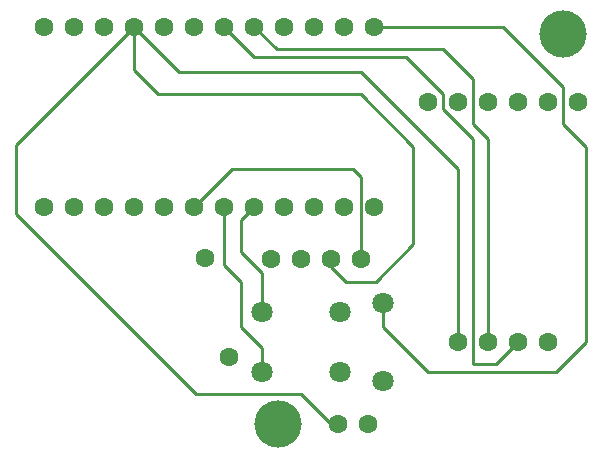
<source format=gbr>
G04 #@! TF.FileFunction,Copper,L1,Top,Signal*
%FSLAX46Y46*%
G04 Gerber Fmt 4.6, Leading zero omitted, Abs format (unit mm)*
G04 Created by KiCad (PCBNEW 4.0.5+dfsg1-4) date Sun Aug 27 14:42:39 2017*
%MOMM*%
%LPD*%
G01*
G04 APERTURE LIST*
%ADD10C,0.100000*%
%ADD11C,1.600000*%
%ADD12C,1.800000*%
%ADD13C,4.000000*%
%ADD14C,0.250000*%
G04 APERTURE END LIST*
D10*
D11*
X208915000Y-115570000D03*
X211455000Y-115570000D03*
X213995000Y-115570000D03*
X216535000Y-115570000D03*
X213995000Y-95250000D03*
X216535000Y-95250000D03*
X219075000Y-95250000D03*
X208915000Y-95250000D03*
X206375000Y-95250000D03*
X211455000Y-95250000D03*
X187452000Y-108458000D03*
X189484000Y-116840000D03*
D12*
X198882000Y-118110000D03*
X192278000Y-118110000D03*
D11*
X201803000Y-104140000D03*
X199263000Y-104140000D03*
X201803000Y-88900000D03*
X196723000Y-104140000D03*
X194183000Y-104140000D03*
X191643000Y-104140000D03*
X189103000Y-104140000D03*
X186563000Y-104140000D03*
X184023000Y-104140000D03*
X181483000Y-104140000D03*
X178943000Y-104140000D03*
X176403000Y-104140000D03*
X173863000Y-104140000D03*
X199263000Y-88900000D03*
X196723000Y-88900000D03*
X194183000Y-88900000D03*
X191643000Y-88900000D03*
X189103000Y-88900000D03*
X186563000Y-88900000D03*
X184023000Y-88900000D03*
X181483000Y-88900000D03*
X178943000Y-88900000D03*
X176403000Y-88900000D03*
X173863000Y-88900000D03*
D12*
X198882000Y-113030000D03*
X192278000Y-113030000D03*
X202565000Y-112268000D03*
X202565000Y-118872000D03*
D11*
X201295000Y-122555000D03*
X198755000Y-122555000D03*
X195580000Y-108585000D03*
X198120000Y-108585000D03*
X193040000Y-108585000D03*
X200660000Y-108585000D03*
D13*
X193675000Y-122555000D03*
X217805000Y-89535000D03*
D14*
X198120000Y-108585000D02*
X198120000Y-109220000D01*
X198120000Y-109220000D02*
X199390000Y-110490000D01*
X199390000Y-110490000D02*
X201930000Y-110490000D01*
X201930000Y-110490000D02*
X205105000Y-107315000D01*
X205105000Y-107315000D02*
X205105000Y-99060000D01*
X205105000Y-99060000D02*
X200660000Y-94615000D01*
X200660000Y-94615000D02*
X183515000Y-94615000D01*
X183515000Y-94615000D02*
X181483000Y-92583000D01*
X181483000Y-92583000D02*
X181483000Y-88900000D01*
X208915000Y-115570000D02*
X208915000Y-109855000D01*
X208915000Y-106045000D02*
X208915000Y-100965000D01*
X200660000Y-92710000D02*
X185293000Y-92710000D01*
X208915000Y-100965000D02*
X200660000Y-92710000D01*
X208915000Y-109855000D02*
X208915000Y-106045000D01*
X198755000Y-122555000D02*
X198120000Y-122555000D01*
X198120000Y-122555000D02*
X195580000Y-120015000D01*
X195580000Y-120015000D02*
X186690000Y-120015000D01*
X186690000Y-120015000D02*
X171450000Y-104775000D01*
X171450000Y-104775000D02*
X171450000Y-98933000D01*
X171450000Y-98933000D02*
X181483000Y-88900000D01*
X185293000Y-92710000D02*
X181483000Y-88900000D01*
X200660000Y-108585000D02*
X200660000Y-101600000D01*
X189738000Y-100965000D02*
X186563000Y-104140000D01*
X200025000Y-100965000D02*
X189738000Y-100965000D01*
X200660000Y-101600000D02*
X200025000Y-100965000D01*
X202565000Y-112268000D02*
X202565000Y-114300000D01*
X212725000Y-88900000D02*
X201803000Y-88900000D01*
X217805000Y-93980000D02*
X212725000Y-88900000D01*
X217805000Y-97155000D02*
X217805000Y-93980000D01*
X219710000Y-99060000D02*
X217805000Y-97155000D01*
X219710000Y-115570000D02*
X219710000Y-99060000D01*
X217170000Y-118110000D02*
X219710000Y-115570000D01*
X206375000Y-118110000D02*
X217170000Y-118110000D01*
X202565000Y-114300000D02*
X206375000Y-118110000D01*
X192278000Y-113030000D02*
X192278000Y-109728000D01*
X190500000Y-105283000D02*
X191643000Y-104140000D01*
X190500000Y-107950000D02*
X190500000Y-105283000D01*
X192278000Y-109728000D02*
X190500000Y-107950000D01*
X192278000Y-116078000D02*
X192278000Y-118110000D01*
X190500000Y-114300000D02*
X192278000Y-116078000D01*
X190500000Y-110490000D02*
X190500000Y-114300000D01*
X189103000Y-104140000D02*
X189103000Y-109093000D01*
X189103000Y-109093000D02*
X190500000Y-110490000D01*
X211455000Y-115570000D02*
X211455000Y-98425000D01*
X193548000Y-90805000D02*
X191643000Y-88900000D01*
X207645000Y-90805000D02*
X193548000Y-90805000D01*
X210185000Y-93345000D02*
X207645000Y-90805000D01*
X210185000Y-97155000D02*
X210185000Y-93345000D01*
X211455000Y-98425000D02*
X210185000Y-97155000D01*
X191643000Y-88900000D02*
X191643000Y-89408000D01*
X213995000Y-115570000D02*
X212725000Y-116840000D01*
X191643000Y-91440000D02*
X189103000Y-88900000D01*
X204470000Y-91440000D02*
X191643000Y-91440000D01*
X207645000Y-94615000D02*
X204470000Y-91440000D01*
X207645000Y-95885000D02*
X207645000Y-94615000D01*
X210185000Y-98425000D02*
X207645000Y-95885000D01*
X210185000Y-115570000D02*
X210185000Y-98425000D01*
X210185000Y-117475000D02*
X210185000Y-115570000D01*
X212090000Y-117475000D02*
X210185000Y-117475000D01*
X212725000Y-116840000D02*
X212090000Y-117475000D01*
M02*

</source>
